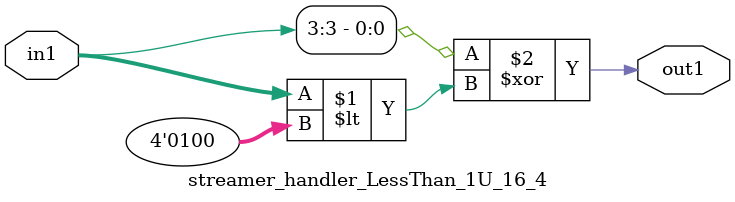
<source format=v>

`timescale 1ps / 1ps


module streamer_handler_LessThan_1U_16_4( in1, out1 );

    input [3:0] in1;
    output out1;

    
    // rtl_process:streamer_handler_LessThan_1U_16_4/streamer_handler_LessThan_1U_16_4_thread_1
    assign out1 = (in1[3] ^ in1 < 4'd04);

endmodule


</source>
